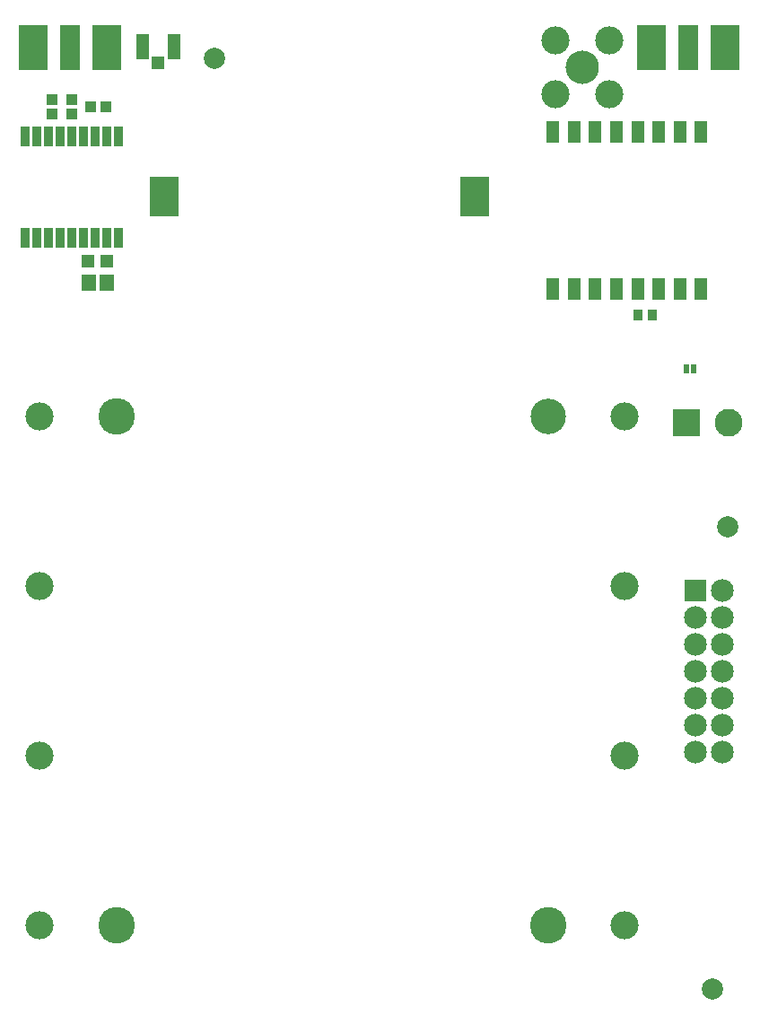
<source format=gts>
G04*
G04 #@! TF.GenerationSoftware,Altium Limited,Altium Designer,20.2.7 (254)*
G04*
G04 Layer_Color=8388736*
%FSLAX25Y25*%
%MOIN*%
G70*
G04*
G04 #@! TF.SameCoordinates,AC8EE5C5-F73A-413B-8336-6D520369465E*
G04*
G04*
G04 #@! TF.FilePolarity,Negative*
G04*
G01*
G75*
%ADD28R,0.03347X0.04134*%
%ADD29R,0.07598X0.17087*%
%ADD30R,0.11083X0.17087*%
%ADD31R,0.04528X0.04724*%
%ADD32R,0.04724X0.09252*%
%ADD33R,0.10827X0.14606*%
%ADD34R,0.03937X0.03937*%
%ADD35R,0.03937X0.03937*%
%ADD36R,0.05315X0.06102*%
%ADD37R,0.04528X0.04724*%
%ADD38R,0.03347X0.07677*%
%ADD39R,0.03740X0.07677*%
%ADD40R,0.02165X0.03347*%
%ADD41R,0.04724X0.08268*%
%ADD42C,0.07874*%
%ADD43C,0.10335*%
%ADD44R,0.10335X0.10335*%
%ADD45C,0.10433*%
%ADD46C,0.13583*%
%ADD47C,0.13189*%
%ADD48C,0.12402*%
%ADD49C,0.08465*%
%ADD50R,0.08465X0.08465*%
D28*
X232677Y264567D02*
D03*
X238189D02*
D03*
D29*
X251575Y364173D02*
D03*
X21850D02*
D03*
D30*
X237825D02*
D03*
X265325D02*
D03*
X8100D02*
D03*
X35600D02*
D03*
D31*
X54528Y358415D02*
D03*
D32*
X48720Y364419D02*
D03*
X60335D02*
D03*
D33*
X56890Y308661D02*
D03*
X172244D02*
D03*
D34*
X35039Y342126D02*
D03*
X29527D02*
D03*
D35*
X22343Y344882D02*
D03*
Y339370D02*
D03*
X15256Y344882D02*
D03*
Y339370D02*
D03*
D36*
X35630Y276772D02*
D03*
X28937D02*
D03*
D37*
X28346Y284646D02*
D03*
X35433D02*
D03*
D38*
X5118Y293504D02*
D03*
X39764D02*
D03*
Y330906D02*
D03*
X5118D02*
D03*
D39*
X9449Y293504D02*
D03*
X13780D02*
D03*
X18110D02*
D03*
X22441D02*
D03*
X26772D02*
D03*
X31102D02*
D03*
X35433D02*
D03*
Y330906D02*
D03*
X31102D02*
D03*
X26772D02*
D03*
X22441D02*
D03*
X18110D02*
D03*
X13780D02*
D03*
X9449D02*
D03*
D40*
X253543Y244882D02*
D03*
X250787D02*
D03*
D41*
X201181Y274410D02*
D03*
X209055D02*
D03*
X216929D02*
D03*
X224803D02*
D03*
X232677D02*
D03*
X240551D02*
D03*
X248425D02*
D03*
X256299D02*
D03*
Y332677D02*
D03*
X248425D02*
D03*
X240551D02*
D03*
X232677D02*
D03*
X224803D02*
D03*
X216929D02*
D03*
X209055D02*
D03*
X201181D02*
D03*
D42*
X266142Y186221D02*
D03*
X75408Y360025D02*
D03*
X260447Y14384D02*
D03*
D43*
X266457Y224803D02*
D03*
D44*
X250866D02*
D03*
D45*
X10630Y227165D02*
D03*
X227953D02*
D03*
Y38189D02*
D03*
X10630Y101181D02*
D03*
Y164173D02*
D03*
Y38189D02*
D03*
X227953Y164173D02*
D03*
Y101181D02*
D03*
X222205Y366693D02*
D03*
Y346693D02*
D03*
X202205D02*
D03*
Y366693D02*
D03*
D46*
X39173Y38189D02*
D03*
X199409D02*
D03*
X39173Y227165D02*
D03*
D47*
X199409D02*
D03*
D48*
X212205Y356693D02*
D03*
D49*
X264055Y132283D02*
D03*
X254055D02*
D03*
X264055Y142283D02*
D03*
X254055D02*
D03*
X264055Y152284D02*
D03*
X254055D02*
D03*
X264055Y162284D02*
D03*
X254055Y122283D02*
D03*
X264055D02*
D03*
X254055Y112284D02*
D03*
X264055D02*
D03*
X254055Y102284D02*
D03*
X264055D02*
D03*
D50*
X254055Y162284D02*
D03*
M02*

</source>
